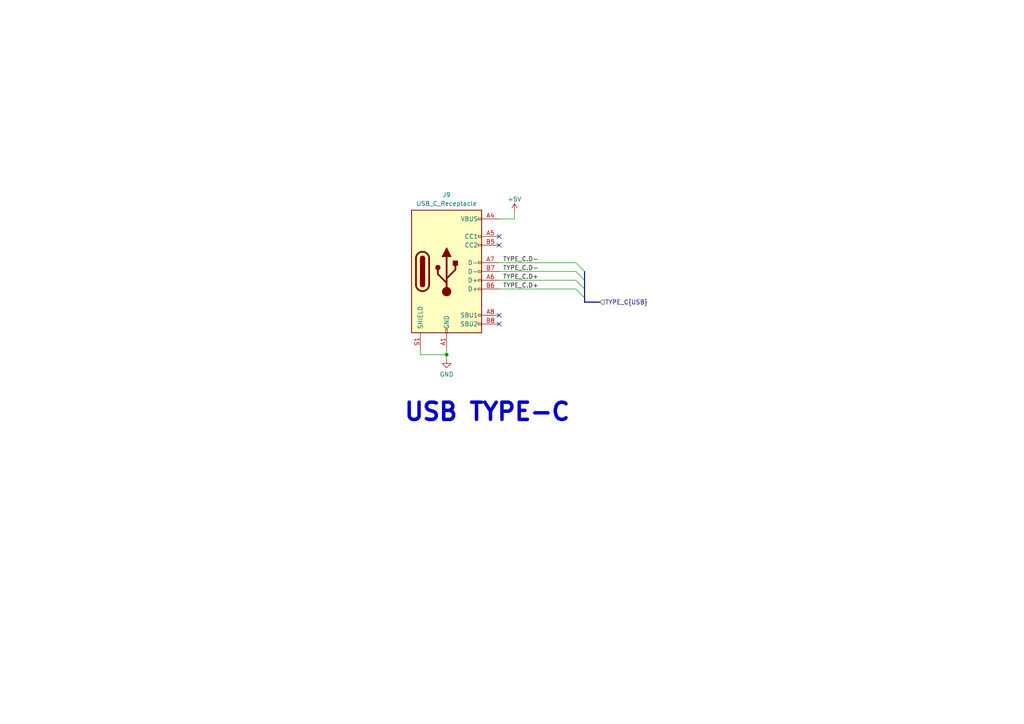
<source format=kicad_sch>
(kicad_sch (version 20230121) (generator eeschema)
  (paper "A4")
  (lib_symbols
    (symbol "IVS_SYMBOLS:USB_C_Receptacle" (pin_names (offset 1.016))
      (property "Reference" "J" (at -21.59 15.24 0))
      (property "Value" "USB_C_Receptacle" (at -12.7 10.16 0))
      (symbol "USB_C_Receptacle_0_0"
        (rectangle (start -0.254 -17.78) (end 0.254 -16.764))
        (rectangle (start 10.16 -14.986) (end 9.144 -15.494))
        (rectangle (start 10.16 -12.446) (end 9.144 -12.954))
        (rectangle (start 10.16 -4.826) (end 9.144 -5.334))
        (rectangle (start 10.16 -2.286) (end 9.144 -2.794))
        (rectangle (start 10.16 0.254) (end 9.144 -0.254))
        (rectangle (start 10.16 2.794) (end 9.144 2.286))
        (rectangle (start 10.16 7.874) (end 9.144 7.366))
        (rectangle (start 10.16 10.414) (end 9.144 9.906))
        (rectangle (start 10.16 15.494) (end 9.144 14.986))
      )
      (symbol "USB_C_Receptacle_0_1"
        (rectangle (start -10.16 17.78) (end 10.16 -17.78) (stroke (width 0.254)) (fill (type background)))
        (arc (start -8.89 -3.81) (mid -6.985 -5.7067) (end -5.08 -3.81) (stroke (width 0.508)))
        (arc (start -7.62 -3.81) (mid -6.985 -4.4423) (end -6.35 -3.81) (stroke (width 0.254)))
        (arc (start -7.62 -3.81) (mid -6.985 -4.4423) (end -6.35 -3.81) (stroke (width 0.254)) (fill (type outline)))
        (rectangle (start -7.62 -3.81) (end -6.35 3.81) (stroke (width 0.254)) (fill (type outline)))
        (arc (start -6.35 3.81) (mid -6.985 4.4423) (end -7.62 3.81) (stroke (width 0.254)))
        (arc (start -6.35 3.81) (mid -6.985 4.4423) (end -7.62 3.81) (stroke (width 0.254)) (fill (type outline)))
        (arc (start -5.08 3.81) (mid -6.985 5.7067) (end -8.89 3.81) (stroke (width 0.508)))
        (circle (center -2.54 1.143) (radius 0.635) (stroke (width 0.254)) (fill (type outline)))
        (circle (center 0 -5.842) (radius 1.27) (fill (type outline)))
        (polyline (pts (xy -8.89 -3.81) (xy -8.89 3.81)) (stroke (width 0.508)))
        (polyline (pts (xy -5.08 3.81) (xy -5.08 -3.81)) (stroke (width 0.508)))
        (polyline (pts (xy 0 -5.842) (xy 0 4.318)) (stroke (width 0.508)))
        (polyline (pts (xy 0 -3.302) (xy -2.54 -0.762) (xy -2.54 0.508)) (stroke (width 0.508)))
        (polyline (pts (xy 0 -2.032) (xy 2.54 0.508) (xy 2.54 1.778)) (stroke (width 0.508)))
        (polyline (pts (xy -1.27 4.318) (xy 0 6.858) (xy 1.27 4.318) (xy -1.27 4.318)) (stroke (width 0.254)) (fill (type outline)))
        (rectangle (start 1.905 1.778) (end 3.175 3.048) (stroke (width 0.254)) (fill (type outline)))
      )
      (symbol "USB_C_Receptacle_1_1"
        (pin passive line (at 0 -22.86 90) (length 5.08) (name "GND") (number "A1"))
        (pin passive line (at 0 -22.86 90) (length 5.08) hide (name "GND") (number "A12"))
        (pin passive line (at 15.24 15.24 180) (length 5.08) (name "VBUS") (number "A4"))
        (pin bidirectional line (at 15.24 10.16 180) (length 5.08) (name "CC1") (number "A5"))
        (pin bidirectional line (at 15.24 -2.54 180) (length 5.08) (name "D+") (number "A6"))
        (pin bidirectional line (at 15.24 2.54 180) (length 5.08) (name "D-") (number "A7"))
        (pin bidirectional line (at 15.24 -12.7 180) (length 5.08) (name "SBU1") (number "A8"))
        (pin passive line (at 15.24 15.24 180) (length 5.08) hide (name "VBUS") (number "A9"))
        (pin passive line (at 0 -22.86 90) (length 5.08) hide (name "GND") (number "B1"))
        (pin passive line (at 0 -22.86 90) (length 5.08) hide (name "GND") (number "B12"))
        (pin passive line (at 15.24 15.24 180) (length 5.08) hide (name "VBUS") (number "B4"))
        (pin bidirectional line (at 15.24 7.62 180) (length 5.08) (name "CC2") (number "B5"))
        (pin bidirectional line (at 15.24 -5.08 180) (length 5.08) (name "D+") (number "B6"))
        (pin bidirectional line (at 15.24 0 180) (length 5.08) (name "D-") (number "B7"))
        (pin bidirectional line (at 15.24 -15.24 180) (length 5.08) (name "SBU2") (number "B8"))
        (pin passive line (at 15.24 15.24 180) (length 5.08) hide (name "VBUS") (number "B9"))
        (pin passive line (at -7.62 -22.86 90) (length 5.08) (name "SHIELD") (number "S1"))
      )
    )
    (symbol "power:+5V" (power) (pin_names (offset 0))
      (property "Value" "+5V" (at 0 3.556 0))
      (symbol "+5V_0_1"
        (polyline (pts (xy -0.762 1.27) (xy 0 2.54)))
        (polyline (pts (xy 0 0) (xy 0 2.54)))
        (polyline (pts (xy 0 2.54) (xy 0.762 1.27)))
      )
      (symbol "+5V_1_1"
        (pin power_in line (at 0 0 90) (length 0) hide (name "+5V") (number "1"))
      )
    )
    (symbol "power:GND" (power) (pin_names (offset 0))
      (property "Value" "GND" (at 0 -3.81 0))
      (symbol "GND_0_1"
        (polyline (pts (xy 0 0) (xy 0 -1.27) (xy 1.27 -1.27) (xy 0 -2.54) (xy -1.27 -1.27) (xy 0 -1.27)))
      )
      (symbol "GND_1_1"
        (pin power_in line (at 0 0 270) (length 0) hide (name "GND") (number "1"))
      )
    )
  )
  (junction (at 129.54 102.87))
  (no_connect (at 144.78 68.58))
  (no_connect (at 144.78 93.98))
  (no_connect (at 144.78 91.44))
  (no_connect (at 144.78 71.12))
  (bus_entry (at 167.005 83.82) (size 2.54 2.54))
  (bus_entry (at 167.005 78.74) (size 2.54 2.54))
  (bus_entry (at 167.005 81.28) (size 2.54 2.54))
  (bus_entry (at 167.005 76.2) (size 2.54 2.54))
  (wire (pts (xy 167.005 83.82) (xy 144.78 83.82)))
  (bus (pts (xy 169.545 81.28) (xy 169.545 83.82)))
  (bus (pts (xy 169.545 86.36) (xy 169.545 87.63)))
  (bus (pts (xy 169.545 83.82) (xy 169.545 86.36)))
  (wire (pts (xy 149.225 63.5) (xy 144.78 63.5)))
  (bus (pts (xy 169.545 78.74) (xy 169.545 81.28)))
  (wire (pts (xy 121.92 101.6) (xy 121.92 102.87)))
  (wire (pts (xy 149.225 61.595) (xy 149.225 63.5)))
  (wire (pts (xy 129.54 101.6) (xy 129.54 102.87)))
  (wire (pts (xy 144.78 76.2) (xy 167.005 76.2)))
  (wire (pts (xy 144.78 78.74) (xy 167.005 78.74)))
  (wire (pts (xy 144.78 81.28) (xy 167.005 81.28)))
  (bus (pts (xy 169.545 87.63) (xy 173.99 87.63)))
  (wire (pts (xy 129.54 102.87) (xy 129.54 104.14)))
  (wire (pts (xy 121.92 102.87) (xy 129.54 102.87)))
  (text "USB TYPE-C" (at 116.84 122.555 0) (effects (font (size 5 5) bold) (justify left bottom)))
  (label "TYPE_C.D+" (at 156.21 83.82 180))
  (label "TYPE_C.D-" (at 156.21 76.2 180))
  (label "TYPE_C.D-" (at 156.21 78.74 180))
  (label "TYPE_C.D+" (at 156.21 81.28 180))
  (hierarchical_label "TYPE_C{USB}" (shape input) (at 173.99 87.63 0))
  (symbol (lib_id "power:+5V") (at 149.225 61.595 0) (unit 1)
    (property "Reference" "#PWR052" (effects hide))
    (property "Value" "+5V" (at 149.225 57.785 0))
  )
  (symbol (lib_id "IVS_SYMBOLS:USB_C_Receptacle") (at 129.54 78.74 0) (unit 1)
    (property "Reference" "J9" (at 129.54 56.515 0))
    (property "Value" "USB_C_Receptacle" (at 129.54 59.055 0))
    (property "Footprint" "IVS_FOOTPRINTS:USB_C_Receptacle_XKB_U262-16XN-4BVC11" (effects hide))
    (property "Datasheet" "https://www.usb.org/sites/default/files/documents/usb_type-c.zip" (effects hide))
  )
  (symbol (lib_id "power:GND") (at 129.54 104.14 0) (unit 1)
    (property "Reference" "#PWR013" (effects hide))
    (property "Value" "GND" (at 129.54 108.585 0))
    (instances (project "DO_AN_DKTD" (path "" (reference "#PWR013") (unit 1)) (path "" (reference "#PWR028") (unit 1)) (path "" (reference "#PWR028") (unit 1))))
  )
)
</source>
